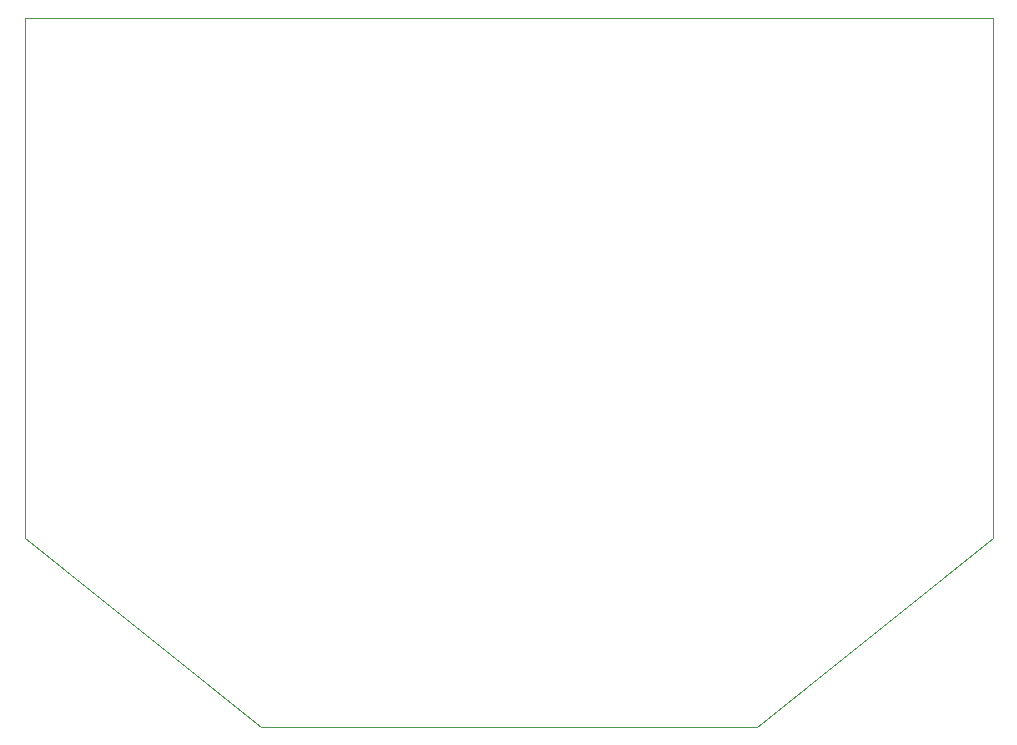
<source format=gbr>
%TF.GenerationSoftware,KiCad,Pcbnew,9.0.0*%
%TF.CreationDate,2025-04-16T10:09:12+02:00*%
%TF.ProjectId,EEE3088F Design project,45454533-3038-4384-9620-44657369676e,rev?*%
%TF.SameCoordinates,Original*%
%TF.FileFunction,Profile,NP*%
%FSLAX46Y46*%
G04 Gerber Fmt 4.6, Leading zero omitted, Abs format (unit mm)*
G04 Created by KiCad (PCBNEW 9.0.0) date 2025-04-16 10:09:12*
%MOMM*%
%LPD*%
G01*
G04 APERTURE LIST*
%TA.AperFunction,Profile*%
%ADD10C,0.050000*%
%TD*%
G04 APERTURE END LIST*
D10*
X171000000Y-122000000D02*
X129000000Y-122000000D01*
X109000000Y-106000000D02*
X129000000Y-122000000D01*
X109000000Y-62000000D02*
X191000000Y-62000000D01*
X109000000Y-106000000D02*
X109000000Y-62000000D01*
X191000000Y-106000000D02*
X191000000Y-62000000D01*
X191000000Y-106000000D02*
X171000000Y-122000000D01*
M02*

</source>
